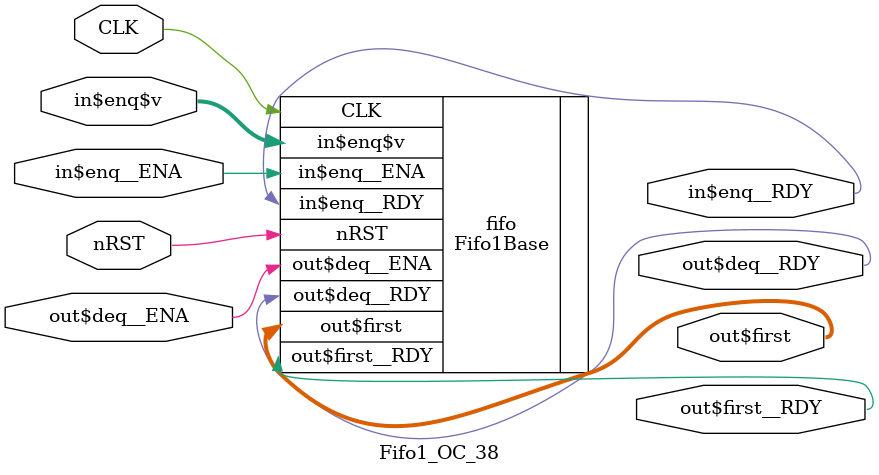
<source format=v>
`include "zynqTop.generated.vh"

`default_nettype none
module Fifo1_OC_38 (input wire CLK, input wire nRST,
    input wire in$enq__ENA,
    input wire [5:0]in$enq$v,
    output wire in$enq__RDY,
    input wire out$deq__ENA,
    output wire out$deq__RDY,
    output wire [5:0]out$first,
    output wire out$first__RDY);
    Fifo1Base#(6) fifo (.CLK(CLK), .nRST(nRST),
        .in$enq__ENA(in$enq__ENA),
        .in$enq$v(in$enq$v),
        .in$enq__RDY(in$enq__RDY),
        .out$deq__ENA(out$deq__ENA),
        .out$deq__RDY(out$deq__RDY),
        .out$first(out$first),
        .out$first__RDY(out$first__RDY));
endmodule 

`default_nettype wire    // set back to default value

</source>
